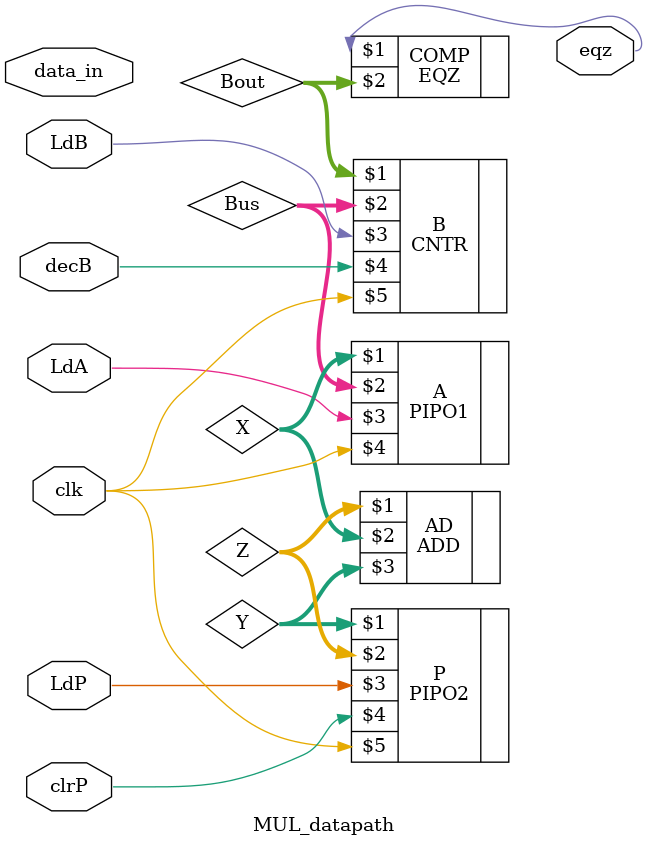
<source format=v>
`timescale 1ns / 1ps
module MUL_datapath( eqz, LdA, LdB, LdP, clrP, decB, data_in, clk);
input LdA, LdB, LdP, clrP, decB, clk;
input [15:0] data_in;
output eqz;
wire [15:0] X,Y,Z,Bout,Bus;
PIPO1 A(X,Bus,LdA,clk); 
PIPO2 P(Y,Z,LdP,clrP,clk);
CNTR B(Bout,Bus,LdB,decB,clk);
ADD AD(Z,X,Y);
EQZ COMP(eqz,Bout);
endmodule

</source>
